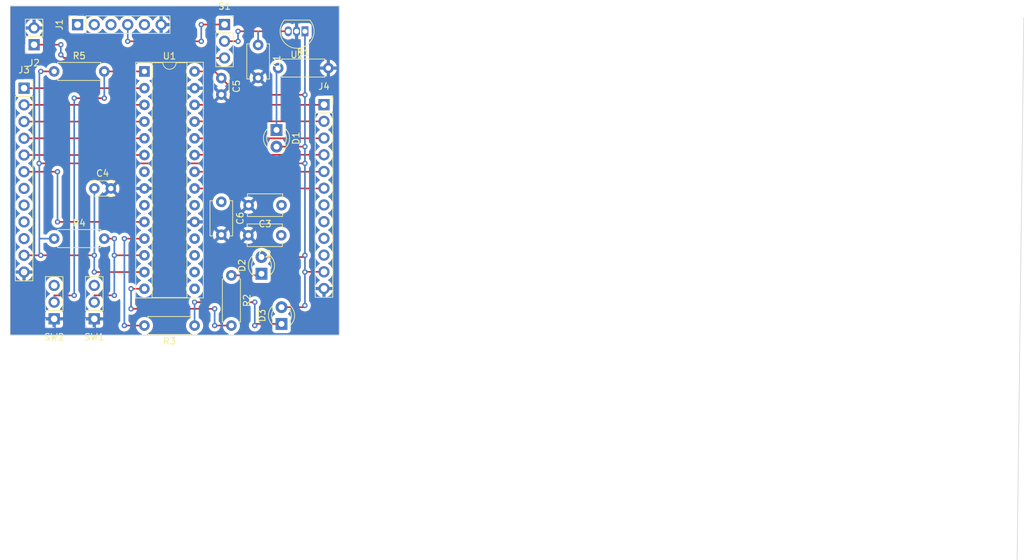
<source format=kicad_pcb>
(kicad_pcb (version 20221018) (generator pcbnew)
  (layers (0 "F.Cu" signal) (31 "B.Cu" signal) (34 "B.Paste" user) (35 "F.Paste" user) (36 "B.SilkS" user "B.Silkscreen") (37 "F.SilkS" user "F.Silkscreen") (38 "B.Mask" user) (39 "F.Mask" user) (44 "Edge.Cuts" user))
  (net 0 "")
  (net 1 "/Vin")
  (net 2 "GND")
  (net 3 "+3.3V")
  (net 4 "Net-(U1-VCAP)")
  (net 5 "Net-(D1-K)")
  (net 6 "Net-(D2-K)")
  (net 7 "Net-(D3-K)")
  (net 11 "+5V")
  (net 13 "Net-(J2-Pin_1)")
  (net 14 "/A0")
  (net 15 "/A1")
  (net 16 "/B0")
  (net 17 "/B1")
  (net 18 "/B2")
  (net 19 "/A3")
  (net 20 "/GREEN")
  (net 21 "/YELLOW")
  (net 22 "/B6")
  (net 23 "/B15")
  (net 24 "/B14")
  (net 25 "/B13")
  (net 26 "/B12")
  (net 27 "/B11")
  (net 28 "/B10")
  (net 29 "/B9")
  (net 30 "/B8")
  (net 31 "/B7")
  (net 32 "/USER")
  (net 33 "/~{MCLR}")
  (net 34 "/U1TX")
  (net 35 "/U1RX")
  (footprint "Capacitor_THT:C_Disc_D5.1mm_W3.2mm_P5.00mm" (layer "F.Cu") (at 141.184 84.836 180)
    (fp_text reference "C2" (at 2.5 -2.85) (layer "F.SilkS"))
    (fp_text value "1uF")
    (fp_line (start -0.17 -1.721) (end -0.17 -1.055) (stroke (width 0.12)) (layer "F.SilkS"))
    (fp_line (start -0.17 -1.721) (end 5.17 -1.721) (stroke (width 0.12)) (layer "F.SilkS"))
    (fp_line (start -0.17 1.055) (end -0.17 1.721) (stroke (width 0.12)) (layer "F.SilkS"))
    (fp_line (start -0.17 1.721) (end 5.17 1.721) (stroke (width 0.12)) (layer "F.SilkS"))
    (fp_line (start 5.17 -1.721) (end 5.17 -1.055) (stroke (width 0.12)) (layer "F.SilkS"))
    (fp_line (start 5.17 1.055) (end 5.17 1.721) (stroke (width 0.12)) (layer "F.SilkS"))
    (pad "1" thru_hole circle (at 0 0 180) (size 1.6 1.6) (drill 0.8) (layers "*.Cu" "*.Mask") (net 3 "+3.3V"))
    (pad "2" thru_hole circle (at 5 0 180) (size 1.6 1.6) (drill 0.8) (layers "*.Cu" "*.Mask") (net 2 "GND"))
  )
  (footprint "LED_THT:LED_D3.0mm" (layer "F.Cu") (at 138.176 90.683 90)
    (fp_text reference "D2" (at 1.27 -2.96 90) (layer "F.SilkS"))
    (fp_text value "YELLOW")
    (fp_line (start -0.29 -1.236) (end -0.29 -1.08) (stroke (width 0.12)) (layer "F.SilkS"))
    (fp_line (start -0.29 1.08) (end -0.29 1.236) (stroke (width 0.12)) (layer "F.SilkS"))
    (fp_arc (start -0.29 -1.235516) (mid 1.366487 -1.987659) (end 2.942335 -1.078608) (stroke (width 0.12)) (layer "F.SilkS"))
    (fp_arc (start 0.229039 -1.08) (mid 1.270117 -1.5) (end 2.31113 -1.079837) (stroke (width 0.12)) (layer "F.SilkS"))
    (fp_arc (start 2.31113 1.079837) (mid 1.270117 1.5) (end 0.229039 1.08) (stroke (width 0.12)) (layer "F.SilkS"))
    (fp_arc (start 2.942335 1.078608) (mid 1.366487 1.987659) (end -0.29 1.235516) (stroke (width 0.12)) (layer "F.SilkS"))
    (pad "1" thru_hole rect (at 0 0 90) (size 1.8 1.8) (drill 0.9) (layers "*.Cu" "*.Mask") (net 6 "Net-(D2-K)"))
    (pad "2" thru_hole circle (at 2.54 0 90) (size 1.8 1.8) (drill 0.9) (layers "*.Cu" "*.Mask") (net 3 "+3.3V"))
  )
  (footprint "Connector_PinSocket_2.54mm:PinSocket_1x06_P2.54mm_Vertical" (layer "F.Cu") (at 110.236 52.832 90)
    (fp_text reference "J1" (at 0 -2.77 90) (layer "F.SilkS"))
    (fp_text value "CP2102")
    (fp_line (start -1.33 1.27) (end -1.33 14.03) (stroke (width 0.12)) (layer "F.SilkS"))
    (fp_line (start -1.33 1.27) (end 1.33 1.27) (stroke (width 0.12)) (layer "F.SilkS"))
    (fp_line (start -1.33 14.03) (end 1.33 14.03) (stroke (width 0.12)) (layer "F.SilkS"))
    (fp_line (start 0 -1.33) (end 1.33 -1.33) (stroke (width 0.12)) (layer "F.SilkS"))
    (fp_line (start 1.33 -1.33) (end 1.33 0) (stroke (width 0.12)) (layer "F.SilkS"))
    (fp_line (start 1.33 1.27) (end 1.33 14.03) (stroke (width 0.12)) (layer "F.SilkS"))
    (pad "1" thru_hole rect (at 0 0 90) (size 1.7 1.7) (drill 1) (layers "*.Cu" "*.Mask"))
    (pad "2" thru_hole oval (at 0 2.54 90) (size 1.7 1.7) (drill 1) (layers "*.Cu" "*.Mask"))
    (pad "3" thru_hole oval (at 0 5.08 90) (size 1.7 1.7) (drill 1) (layers "*.Cu" "*.Mask"))
    (pad "4" thru_hole oval (at 0 7.62 90) (size 1.7 1.7) (drill 1) (layers "*.Cu" "*.Mask") (net 11 "+5V"))
    (pad "5" thru_hole oval (at 0 10.16 90) (size 1.7 1.7) (drill 1) (layers "*.Cu" "*.Mask"))
    (pad "6" thru_hole oval (at 0 12.7 90) (size 1.7 1.7) (drill 1) (layers "*.Cu" "*.Mask") (net 2 "GND"))
  )
  (footprint "Capacitor_THT:C_Disc_D3.4mm_W2.1mm_P2.50mm" (layer "F.Cu") (at 132.08 60.96 -90)
    (fp_text reference "C5" (at 1.25 -2.3 90) (layer "F.SilkS"))
    (fp_text value "0.1uF")
    (fp_line (start -0.57 -1.17) (end -0.57 -0.925) (stroke (width 0.12)) (layer "F.SilkS"))
    (fp_line (start -0.57 -1.17) (end 3.07 -1.17) (stroke (width 0.12)) (layer "F.SilkS"))
    (fp_line (start -0.57 0.925) (end -0.57 1.17) (stroke (width 0.12)) (layer "F.SilkS"))
    (fp_line (start -0.57 1.17) (end 3.07 1.17) (stroke (width 0.12)) (layer "F.SilkS"))
    (fp_line (start 3.07 -1.17) (end 3.07 -0.925) (stroke (width 0.12)) (layer "F.SilkS"))
    (fp_line (start 3.07 0.925) (end 3.07 1.17) (stroke (width 0.12)) (layer "F.SilkS"))
    (pad "1" thru_hole circle (at 0 0 270) (size 1.6 1.6) (drill 0.8) (layers "*.Cu" "*.Mask") (net 3 "+3.3V"))
    (pad "2" thru_hole circle (at 2.5 0 270) (size 1.6 1.6) (drill 0.8) (layers "*.Cu" "*.Mask") (net 2 "GND"))
  )
  (footprint "Connector_PinSocket_2.54mm:PinSocket_1x03_P2.54mm_Vertical" (layer "F.Cu") (at 132.563 52.817)
    (fp_text reference "S1" (at 0 -2.77) (layer "F.SilkS"))
    (fp_text value "SW_slide")
    (fp_line (start -1.33 1.27) (end -1.33 6.41) (stroke (width 0.12)) (layer "F.SilkS"))
    (fp_line (start -1.33 1.27) (end 1.33 1.27) (stroke (width 0.12)) (layer "F.SilkS"))
    (fp_line (start -1.33 6.41) (end 1.33 6.41) (stroke (width 0.12)) (layer "F.SilkS"))
    (fp_line (start 0 -1.33) (end 1.33 -1.33) (stroke (width 0.12)) (layer "F.SilkS"))
    (fp_line (start 1.33 -1.33) (end 1.33 0) (stroke (width 0.12)) (layer "F.SilkS"))
    (fp_line (start 1.33 1.27) (end 1.33 6.41) (stroke (width 0.12)) (layer "F.SilkS"))
    (pad "1" thru_hole rect (at 0 0) (size 1.7 1.7) (drill 1) (layers "*.Cu" "*.Mask") (net 11 "+5V"))
    (pad "2" thru_hole oval (at 0 2.54) (size 1.7 1.7) (drill 1) (layers "*.Cu" "*.Mask") (net 1 "/Vin"))
    (pad "3" thru_hole oval (at 0 5.08) (size 1.7 1.7) (drill 1) (layers "*.Cu" "*.Mask") (net 13 "Net-(J2-Pin_1)"))
  )
  (footprint "Resistor_THT:R_Axial_DIN0207_L6.3mm_D2.5mm_P7.62mm_Horizontal" (layer "F.Cu") (at 128.016 98.552 180)
    (fp_text reference "R3" (at 3.81 -2.37) (layer "F.SilkS"))
    (fp_text value "330")
    (fp_line (start 0.54 -1.37) (end 7.08 -1.37) (stroke (width 0.12)) (layer "F.SilkS"))
    (fp_line (start 0.54 -1.04) (end 0.54 -1.37) (stroke (width 0.12)) (layer "F.SilkS"))
    (fp_line (start 0.54 1.04) (end 0.54 1.37) (stroke (width 0.12)) (layer "F.SilkS"))
    (fp_line (start 0.54 1.37) (end 7.08 1.37) (stroke (width 0.12)) (layer "F.SilkS"))
    (fp_line (start 7.08 -1.37) (end 7.08 -1.04) (stroke (width 0.12)) (layer "F.SilkS"))
    (fp_line (start 7.08 1.37) (end 7.08 1.04) (stroke (width 0.12)) (layer "F.SilkS"))
    (pad "1" thru_hole circle (at 0 0 180) (size 1.6 1.6) (drill 0.8) (layers "*.Cu" "*.Mask") (net 7 "Net-(D3-K)"))
    (pad "2" thru_hole oval (at 7.62 0 180) (size 1.6 1.6) (drill 0.8) (layers "*.Cu" "*.Mask") (net 20 "/GREEN"))
  )
  (footprint "Capacitor_THT:C_Disc_D5.1mm_W3.2mm_P5.00mm" (layer "F.Cu") (at 137.668 55.92 -90)
    (fp_text reference "C1" (at 2.5 -2.85 90) (layer "F.SilkS"))
    (fp_text value "1uF")
    (fp_line (start -0.17 -1.721) (end -0.17 -1.055) (stroke (width 0.12)) (layer "F.SilkS"))
    (fp_line (start -0.17 -1.721) (end 5.17 -1.721) (stroke (width 0.12)) (layer "F.SilkS"))
    (fp_line (start -0.17 1.055) (end -0.17 1.721) (stroke (width 0.12)) (layer "F.SilkS"))
    (fp_line (start -0.17 1.721) (end 5.17 1.721) (stroke (width 0.12)) (layer "F.SilkS"))
    (fp_line (start 5.17 -1.721) (end 5.17 -1.055) (stroke (width 0.12)) (layer "F.SilkS"))
    (fp_line (start 5.17 1.055) (end 5.17 1.721) (stroke (width 0.12)) (layer "F.SilkS"))
    (pad "1" thru_hole circle (at 0 0 270) (size 1.6 1.6) (drill 0.8) (layers "*.Cu" "*.Mask") (net 1 "/Vin"))
    (pad "2" thru_hole circle (at 5 0 270) (size 1.6 1.6) (drill 0.8) (layers "*.Cu" "*.Mask") (net 2 "GND"))
  )
  (footprint "Resistor_THT:R_Axial_DIN0207_L6.3mm_D2.5mm_P7.62mm_Horizontal" (layer "F.Cu") (at 106.68 85.344)
    (fp_text reference "R4" (at 3.81 -2.37) (layer "F.SilkS"))
    (fp_text value "10K")
    (fp_line (start 0.54 -1.37) (end 7.08 -1.37) (stroke (width 0.12)) (layer "F.SilkS"))
    (fp_line (start 0.54 -1.04) (end 0.54 -1.37) (stroke (width 0.12)) (layer "F.SilkS"))
    (fp_line (start 0.54 1.04) (end 0.54 1.37) (stroke (width 0.12)) (layer "F.SilkS"))
    (fp_line (start 0.54 1.37) (end 7.08 1.37) (stroke (width 0.12)) (layer "F.SilkS"))
    (fp_line (start 7.08 -1.37) (end 7.08 -1.04) (stroke (width 0.12)) (layer "F.SilkS"))
    (fp_line (start 7.08 1.37) (end 7.08 1.04) (stroke (width 0.12)) (layer "F.SilkS"))
    (pad "1" thru_hole circle (at 0 0) (size 1.6 1.6) (drill 0.8) (layers "*.Cu" "*.Mask") (net 3 "+3.3V"))
    (pad "2" thru_hole oval (at 7.62 0) (size 1.6 1.6) (drill 0.8) (layers "*.Cu" "*.Mask") (net 32 "/USER"))
  )
  (footprint "Capacitor_THT:C_Disc_D3.4mm_W2.1mm_P2.50mm" (layer "F.Cu") (at 112.796 77.724)
    (fp_text reference "C4" (at 1.25 -2.3) (layer "F.SilkS"))
    (fp_text value "0.1uF")
    (fp_line (start -0.57 -1.17) (end -0.57 -0.925) (stroke (width 0.12)) (layer "F.SilkS"))
    (fp_line (start -0.57 -1.17) (end 3.07 -1.17) (stroke (width 0.12)) (layer "F.SilkS"))
    (fp_line (start -0.57 0.925) (end -0.57 1.17) (stroke (width 0.12)) (layer "F.SilkS"))
    (fp_line (start -0.57 1.17) (end 3.07 1.17) (stroke (width 0.12)) (layer "F.SilkS"))
    (fp_line (start 3.07 -1.17) (end 3.07 -0.925) (stroke (width 0.12)) (layer "F.SilkS"))
    (fp_line (start 3.07 0.925) (end 3.07 1.17) (stroke (width 0.12)) (layer "F.SilkS"))
    (pad "1" thru_hole circle (at 0 0) (size 1.6 1.6) (drill 0.8) (layers "*.Cu" "*.Mask") (net 3 "+3.3V"))
    (pad "2" thru_hole circle (at 2.5 0) (size 1.6 1.6) (drill 0.8) (layers "*.Cu" "*.Mask") (net 2 "GND"))
  )
  (footprint "Package_DIP:DIP-28_W7.62mm_Socket" (layer "F.Cu") (at 120.396 59.944)
    (fp_text reference "U1" (at 3.81 -2.33) (layer "F.SilkS"))
    (fp_text value "PIC32-256B")
    (fp_line (start -1.33 -1.39) (end -1.33 34.41) (stroke (width 0.12)) (layer "F.SilkS"))
    (fp_line (start -1.33 34.41) (end 8.95 34.41) (stroke (width 0.12)) (layer "F.SilkS"))
    (fp_line (start 1.16 -1.33) (end 1.16 34.35) (stroke (width 0.12)) (layer "F.SilkS"))
    (fp_line (start 1.16 34.35) (end 6.46 34.35) (stroke (width 0.12)) (layer "F.SilkS"))
    (fp_line (start 2.81 -1.33) (end 1.16 -1.33) (stroke (width 0.12)) (layer "F.SilkS"))
    (fp_line (start 6.46 -1.33) (end 4.81 -1.33) (stroke (width 0.12)) (layer "F.SilkS"))
    (fp_line (start 6.46 34.35) (end 6.46 -1.33) (stroke (width 0.12)) (layer "F.SilkS"))
    (fp_line (start 8.95 -1.39) (end -1.33 -1.39) (stroke (width 0.12)) (layer "F.SilkS"))
    (fp_line (start 8.95 34.41) (end 8.95 -1.39) (stroke (width 0.12)) (layer "F.SilkS"))
    (fp_arc (start 4.81 -1.33) (mid 3.81 -0.33) (end 2.81 -1.33) (stroke (width 0.12)) (layer "F.SilkS"))
    (pad "1" thru_hole rect (at 0 0) (size 1.6 1.6) (drill 0.8) (layers "*.Cu" "*.Mask") (net 33 "/~{MCLR}"))
    (pad "2" thru_hole oval (at 0 2.54) (size 1.6 1.6) (drill 0.8) (layers "*.Cu" "*.Mask") (net 14 "/A0"))
    (pad "3" thru_hole oval (at 0 5.08) (size 1.6 1.6) (drill 0.8) (layers "*.Cu" "*.Mask") (net 15 "/A1"))
    (pad "4" thru_hole oval (at 0 7.62) (size 1.6 1.6) (drill 0.8) (layers "*.Cu" "*.Mask") (net 16 "/B0"))
    (pad "5" thru_hole oval (at 0 10.16) (size 1.6 1.6) (drill 0.8) (layers "*.Cu" "*.Mask") (net 17 "/B1"))
    (pad "6" thru_hole oval (at 0 12.7) (size 1.6 1.6) (drill 0.8) (layers "*.Cu" "*.Mask") (net 18 "/B2"))
    (pad "7" thru_hole oval (at 0 15.24) (size 1.6 1.6) (drill 0.8) (layers "*.Cu" "*.Mask") (net 34 "/U1TX"))
    (pad "8" thru_hole oval (at 0 17.78) (size 1.6 1.6) (drill 0.8) (layers "*.Cu" "*.Mask") (net 2 "GND"))
    (pad "9" thru_hole oval (at 0 20.32) (size 1.6 1.6) (drill 0.8) (layers "*.Cu" "*.Mask") (net 35 "/U1RX"))
    (pad "10" thru_hole oval (at 0 22.86) (size 1.6 1.6) (drill 0.8) (layers "*.Cu" "*.Mask") (net 19 "/A3"))
    (pad "11" thru_hole oval (at 0 25.4) (size 1.6 1.6) (drill 0.8) (layers "*.Cu" "*.Mask") (net 20 "/GREEN"))
    (pad "12" thru_hole oval (at 0 27.94) (size 1.6 1.6) (drill 0.8) (layers "*.Cu" "*.Mask") (net 32 "/USER"))
    (pad "13" thru_hole oval (at 0 30.48) (size 1.6 1.6) (drill 0.8) (layers "*.Cu" "*.Mask") (net 3 "+3.3V"))
    (pad "14" thru_hole oval (at 0 33.02) (size 1.6 1.6) (drill 0.8) (layers "*.Cu" "*.Mask") (net 21 "/YELLOW"))
    (pad "15" thru_hole oval (at 7.62 33.02) (size 1.6 1.6) (drill 0.8) (layers "*.Cu" "*.Mask") (net 22 "/B6"))
    (pad "16" thru_hole oval (at 7.62 30.48) (size 1.6 1.6) (drill 0.8) (layers "*.Cu" "*.Mask") (net 31 "/B7"))
    (pad "17" thru_hole oval (at 7.62 27.94) (size 1.6 1.6) (drill 0.8) (layers "*.Cu" "*.Mask") (net 30 "/B8"))
    (pad "18" thru_hole oval (at 7.62 25.4) (size 1.6 1.6) (drill 0.8) (layers "*.Cu" "*.Mask") (net 29 "/B9"))
    (pad "19" thru_hole oval (at 7.62 22.86) (size 1.6 1.6) (drill 0.8) (layers "*.Cu" "*.Mask") (net 2 "GND"))
    (pad "20" thru_hole oval (at 7.62 20.32) (size 1.6 1.6) (drill 0.8) (layers "*.Cu" "*.Mask") (net 4 "Net-(U1-VCAP)"))
    (pad "21" thru_hole oval (at 7.62 17.78) (size 1.6 1.6) (drill 0.8) (layers "*.Cu" "*.Mask") (net 28 "/B10"))
    (pad "22" thru_hole oval (at 7.62 15.24) (size 1.6 1.6) (drill 0.8) (layers "*.Cu" "*.Mask") (net 27 "/B11"))
    (pad "23" thru_hole oval (at 7.62 12.7) (size 1.6 1.6) (drill 0.8) (layers "*.Cu" "*.Mask") (net 26 "/B12"))
    (pad "24" thru_hole oval (at 7.62 10.16) (size 1.6 1.6) (drill 0.8) (layers "*.Cu" "*.Mask") (net 25 "/B13"))
    (pad "25" thru_hole oval (at 7.62 7.62) (size 1.6 1.6) (drill 0.8) (layers "*.Cu" "*.Mask") (net 24 "/B14"))
    (pad "26" thru_hole oval (at 7.62 5.08) (size 1.6 1.6) (drill 0.8) (layers "*.Cu" "*.Mask") (net 23 "/B15"))
    (pad "27" thru_hole oval (at 7.62 2.54) (size 1.6 1.6) (drill 0.8) (layers "*.Cu" "*.Mask") (net 2 "GND"))
    (pad "28" thru_hole oval (at 7.62 0) (size 1.6 1.6) (drill 0.8) (layers "*.Cu" "*.Mask") (net 3 "+3.3V"))
  )
  (footprint "Package_TO_SOT_THT:TO-92L_Inline" (layer "F.Cu") (at 144.78 53.848 180)
    (fp_text reference "U2" (at 1.19 -3.56) (layer "F.SilkS"))
    (fp_text value "3.3V-AP7381")
    (fp_line (start -0.75 1.7) (end 3.1 1.7) (stroke (width 0.12)) (layer "F.SilkS"))
    (fp_arc (start -0.75 1.7) (mid 1.183448 -2.579449) (end 3.138611 1.690122) (stroke (width 0.12)) (layer "F.SilkS"))
    (pad "1" thru_hole rect (at 0 0 180) (size 1.05 1.5) (drill 0.75) (layers "*.Cu" "*.Mask") (net 3 "+3.3V"))
    (pad "2" thru_hole oval (at 1.27 0 180) (size 1.05 1.5) (drill 0.75) (layers "*.Cu" "*.Mask") (net 2 "GND"))
    (pad "3" thru_hole oval (at 2.54 0 180) (size 1.05 1.5) (drill 0.75) (layers "*.Cu" "*.Mask") (net 1 "/Vin"))
  )
  (footprint "Resistor_THT:R_Axial_DIN0207_L6.3mm_D2.5mm_P7.62mm_Horizontal" (layer "F.Cu") (at 106.68 59.944)
    (fp_text reference "R5" (at 3.81 -2.37) (layer "F.SilkS"))
    (fp_text value "10K")
    (fp_line (start 0.54 -1.37) (end 7.08 -1.37) (stroke (width 0.12)) (layer "F.SilkS"))
    (fp_line (start 0.54 -1.04) (end 0.54 -1.37) (stroke (width 0.12)) (layer "F.SilkS"))
    (fp_line (start 0.54 1.04) (end 0.54 1.37) (stroke (width 0.12)) (layer "F.SilkS"))
    (fp_line (start 0.54 1.37) (end 7.08 1.37) (stroke (width 0.12)) (layer "F.SilkS"))
    (fp_line (start 7.08 -1.37) (end 7.08 -1.04) (stroke (width 0.12)) (layer "F.SilkS"))
    (fp_line (start 7.08 1.37) (end 7.08 1.04) (stroke (width 0.12)) (layer "F.SilkS"))
    (pad "1" thru_hole circle (at 0 0) (size 1.6 1.6) (drill 0.8) (layers "*.Cu" "*.Mask") (net 3 "+3.3V"))
    (pad "2" thru_hole oval (at 7.62 0) (size 1.6 1.6) (drill 0.8) (layers "*.Cu" "*.Mask") (net 33 "/~{MCLR}"))
  )
  (footprint "Connector_PinSocket_2.54mm:PinSocket_1x02_P2.54mm_Vertical" (layer "F.Cu") (at 103.632 55.88 180)
    (fp_text reference "J2" (at 0 -2.77) (layer "F.SilkS"))
    (fp_text value "Battery")
    (fp_line (start -1.33 1.27) (end -1.33 3.87) (stroke (width 0.12)) (layer "F.SilkS"))
    (fp_line (start -1.33 1.27) (end 1.33 1.27) (stroke (width 0.12)) (layer "F.SilkS"))
    (fp_line (start -1.33 3.87) (end 1.33 3.87) (stroke (width 0.12)) (layer "F.SilkS"))
    (fp_line (start 0 -1.33) (end 1.33 -1.33) (stroke (width 0.12)) (layer "F.SilkS"))
    (fp_line (start 1.33 -1.33) (end 1.33 0) (stroke (width 0.12)) (layer "F.SilkS"))
    (fp_line (start 1.33 1.27) (end 1.33 3.87) (stroke (width 0.12)) (layer "F.SilkS"))
    (pad "1" thru_hole rect (at 0 0 180) (size 1.7 1.7) (drill 1) (layers "*.Cu" "*.Mask") (net 13 "Net-(J2-Pin_1)"))
    (pad "2" thru_hole oval (at 0 2.54 180) (size 1.7 1.7) (drill 1) (layers "*.Cu" "*.Mask") (net 2 "GND"))
  )
  (footprint "Resistor_THT:R_Axial_DIN0207_L6.3mm_D2.5mm_P7.62mm_Horizontal" (layer "F.Cu") (at 133.604 90.932 -90)
    (fp_text reference "R2" (at 3.81 -2.37 90) (layer "F.SilkS"))
    (fp_text value "330")
    (fp_line (start 0.54 -1.37) (end 7.08 -1.37) (stroke (width 0.12)) (layer "F.SilkS"))
    (fp_line (start 0.54 -1.04) (end 0.54 -1.37) (stroke (width 0.12)) (layer "F.SilkS"))
    (fp_line (start 0.54 1.04) (end 0.54 1.37) (stroke (width 0.12)) (layer "F.SilkS"))
    (fp_line (start 0.54 1.37) (end 7.08 1.37) (stroke (width 0.12)) (layer "F.SilkS"))
    (fp_line (start 7.08 -1.37) (end 7.08 -1.04) (stroke (width 0.12)) (layer "F.SilkS"))
    (fp_line (start 7.08 1.37) (end 7.08 1.04) (stroke (width 0.12)) (layer "F.SilkS"))
    (pad "1" thru_hole circle (at 0 0 270) (size 1.6 1.6) (drill 0.8) (layers "*.Cu" "*.Mask") (net 6 "Net-(D2-K)"))
    (pad "2" thru_hole oval (at 7.62 0 270) (size 1.6 1.6) (drill 0.8) (layers "*.Cu" "*.Mask") (net 21 "/YELLOW"))
  )
  (footprint "Connector_PinSocket_2.54mm:PinSocket_1x12_P2.54mm_Vertical" (layer "F.Cu") (at 102.108 62.484)
    (fp_text reference "J3" (at 0 -2.77) (layer "F.SilkS"))
    (fp_text value "LEFT")
    (fp_line (start -1.33 1.27) (end -1.33 29.27) (stroke (width 0.12)) (layer "F.SilkS"))
    (fp_line (start -1.33 1.27) (end 1.33 1.27) (stroke (width 0.12)) (layer "F.SilkS"))
    (fp_line (start -1.33 29.27) (end 1.33 29.27) (stroke (width 0.12)) (layer "F.SilkS"))
    (fp_line (start 0 -1.33) (end 1.33 -1.33) (stroke (width 0.12)) (layer "F.SilkS"))
    (fp_line (start 1.33 -1.33) (end 1.33 0) (stroke (width 0.12)) (layer "F.SilkS"))
    (fp_line (start 1.33 1.27) (end 1.33 29.27) (stroke (width 0.12)) (layer "F.SilkS"))
    (pad "1" thru_hole rect (at 0 0) (size 1.7 1.7) (drill 1) (layers "*.Cu" "*.Mask") (net 14 "/A0"))
    (pad "2" thru_hole oval (at 0 2.54) (size 1.7 1.7) (drill 1) (layers "*.Cu" "*.Mask") (net 15 "/A1"))
    (pad "3" thru_hole oval (at 0 5.08) (size 1.7 1.7) (drill 1) (layers "*.Cu" "*.Mask") (net 16 "/B0"))
    (pad "4" thru_hole oval (at 0 7.62) (size 1.7 1.7) (drill 1) (layers "*.Cu" "*.Mask") (net 17 "/B1"))
    (pad "5" thru_hole oval (at 0 10.16) (size 1.7 1.7) (drill 1) (layers "*.Cu" "*.Mask") (net 18 "/B2"))
    (pad "6" thru_hole oval (at 0 12.7) (size 1.7 1.7) (drill 1) (layers "*.Cu" "*.Mask") (net 19 "/A3"))
    (pad "7" thru_hole oval (at 0 15.24) (size 1.7 1.7) (drill 1) (layers "*.Cu" "*.Mask") (net 20 "/GREEN"))
    (pad "8" thru_hole oval (at 0 17.78) (size 1.7 1.7) (drill 1) (layers "*.Cu" "*.Mask") (net 21 "/YELLOW"))
    (pad "9" thru_hole oval (at 0 20.32) (size 1.7 1.7) (drill 1) (layers "*.Cu" "*.Mask") (net 22 "/B6"))
    (pad "10" thru_hole oval (at 0 22.86) (size 1.7 1.7) (drill 1) (layers "*.Cu" "*.Mask") (net 1 "/Vin"))
    (pad "11" thru_hole oval (at 0 25.4) (size 1.7 1.7) (drill 1) (layers "*.Cu" "*.Mask") (net 3 "+3.3V"))
    (pad "12" thru_hole oval (at 0 27.94) (size 1.7 1.7) (drill 1) (layers "*.Cu" "*.Mask") (net 2 "GND"))
  )
  (footprint "Connector_PinSocket_2.54mm:PinSocket_1x12_P2.54mm_Vertical" (layer "F.Cu") (at 147.675928 64.988247)
    (fp_text reference "J4" (at 0 -2.77) (layer "F.SilkS"))
    (fp_text value "RIGHT")
    (fp_line (start -1.33 1.27) (end -1.33 29.27) (stroke (width 0.12)) (layer "F.SilkS"))
    (fp_line (start -1.33 1.27) (end 1.33 1.27) (stroke (width 0.12)) (layer "F.SilkS"))
    (fp_line (start -1.33 29.27) (end 1.33 29.27) (stroke (width 0.12)) (layer "F.SilkS"))
    (fp_line (start 0 -1.33) (end 1.33 -1.33) (stroke (width 0.12)) (layer "F.SilkS"))
    (fp_line (start 1.33 -1.33) (end 1.33 0) (stroke (width 0.12)) (layer "F.SilkS"))
    (fp_line (start 1.33 1.27) (end 1.33 29.27) (stroke (width 0.12)) (layer "F.SilkS"))
    (pad "1" thru_hole rect (at 0 0) (size 1.7 1.7) (drill 1) (layers "*.Cu" "*.Mask") (net 23 "/B15"))
    (pad "2" thru_hole oval (at 0 2.54) (size 1.7 1.7) (drill 1) (layers "*.Cu" "*.Mask") (net 24 "/B14"))
    (pad "3" thru_hole oval (at 0 5.08) (size 1.7 1.7) (drill 1) (layers "*.Cu" "*.Mask") (net 25 "/B13"))
    (pad "4" thru_hole oval (at 0 7.62) (size 1.7 1.7) (drill 1) (layers "*.Cu" "*.Mask") (net 26 "/B12"))
    (pad "5" thru_hole oval (at 0 10.16) (size 1.7 1.7) (drill 1) (layers "*.Cu" "*.Mask") (net 27 "/B11"))
    (pad "6" thru_hole oval (at 0 12.7) (size 1.7 1.7) (drill 1) (layers "*.Cu" "*.Mask") (net 28 "/B10"))
    (pad "7" thru_hole oval (at 0 15.24) (size 1.7 1.7) (drill 1) (layers "*.Cu" "*.Mask") (net 29 "/B9"))
    (pad "8" thru_hole oval (at 0 17.78) (size 1.7 1.7) (drill 1) (layers "*.Cu" "*.Mask") (net 30 "/B8"))
    (pad "9" thru_hole oval (at 0 20.32) (size 1.7 1.7) (drill 1) (layers "*.Cu" "*.Mask") (net 31 "/B7"))
    (pad "10" thru_hole oval (at 0 22.86) (size 1.7 1.7) (drill 1) (layers "*.Cu" "*.Mask") (net 1 "/Vin"))
    (pad "11" thru_hole oval (at 0 25.4) (size 1.7 1.7) (drill 1) (layers "*.Cu" "*.Mask") (net 3 "+3.3V"))
    (pad "12" thru_hole oval (at 0 27.94) (size 1.7 1.7) (drill 1) (layers "*.Cu" "*.Mask") (net 2 "GND"))
  )
  (footprint "Resistor_THT:R_Axial_DIN0207_L6.3mm_D2.5mm_P7.62mm_Horizontal" (layer "F.Cu") (at 140.716 59.436)
    (fp_text reference "R1" (at 3.81 -2.37) (layer "F.SilkS"))
    (fp_text value "330")
    (fp_line (start 0.54 -1.37) (end 7.08 -1.37) (stroke (width 0.12)) (layer "F.SilkS"))
    (fp_line (start 0.54 -1.04) (end 0.54 -1.37) (stroke (width 0.12)) (layer "F.SilkS"))
    (fp_line (start 0.54 1.04) (end 0.54 1.37) (stroke (width 0.12)) (layer "F.SilkS"))
    (fp_line (start 0.54 1.37) (end 7.08 1.37) (stroke (width 0.12)) (layer "F.SilkS"))
    (fp_line (start 7.08 -1.37) (end 7.08 -1.04) (stroke (width 0.12)) (layer "F.SilkS"))
    (fp_line (start 7.08 1.37) (end 7.08 1.04) (stroke (width 0.12)) (layer "F.SilkS"))
    (pad "1" thru_hole circle (at 0 0) (size 1.6 1.6) (drill 0.8) (layers "*.Cu" "*.Mask") (net 5 "Net-(D1-K)"))
    (pad "2" thru_hole oval (at 7.62 0) (size 1.6 1.6) (drill 0.8) (layers "*.Cu" "*.Mask") (net 2 "GND"))
  )
  (footprint "Connector_PinSocket_2.54mm:PinSocket_1x03_P2.54mm_Vertical" (layer "F.Cu") (at 106.68 97.536 180)
    (fp_text reference "SW2" (at 0 -2.77) (layer "F.SilkS"))
    (fp_text value "MCLR")
    (fp_line (start -1.33 1.27) (end -1.33 6.41) (stroke (width 0.12)) (layer "F.SilkS"))
    (fp_line (start -1.33 1.27) (end 1.33 1.27) (stroke (width 0.12)) (layer "F.SilkS"))
    (fp_line (start -1.33 6.41) (end 1.33 6.41) (stroke (width 0.12)) (layer "F.SilkS"))
    (fp_line (start 0 -1.33) (end 1.33 -1.33) (stroke (width 0.12)) (layer "F.SilkS"))
    (fp_line (start 1.33 -1.33) (end 1.33 0) (stroke (width 0.12)) (layer "F.SilkS"))
    (fp_line (start 1.33 1.27) (end 1.33 6.41) (stroke (width 0.12)) (layer "F.SilkS"))
    (pad "1" thru_hole rect (at 0 0 180) (size 1.7 1.7) (drill 1) (layers "*.Cu" "*.Mask") (net 2 "GND"))
    (pad "2" thru_hole oval (at 0 2.54 180) (size 1.7 1.7) (drill 1) (layers "*.Cu" "*.Mask") (net 33 "/~{MCLR}"))
    (pad "3" thru_hole oval (at 0 5.08 180) (size 1.7 1.7) (drill 1) (layers "*.Cu" "*.Mask"))
  )
  (footprint "LED_THT:LED_D3.0mm" (layer "F.Cu") (at 140.462 68.834 -90)
    (fp_text reference "D1" (at 1.27 -2.96 90) (layer "F.SilkS"))
    (fp_text value "RED")
    (fp_line (start -0.29 -1.236) (end -0.29 -1.08) (stroke (width 0.12)) (layer "F.SilkS"))
    (fp_line (start -0.29 1.08) (end -0.29 1.236) (stroke (width 0.12)) (layer "F.SilkS"))
    (fp_arc (start -0.29 -1.235516) (mid 1.366487 -1.987659) (end 2.942335 -1.078608) (stroke (width 0.12)) (layer "F.SilkS"))
    (fp_arc (start 0.229039 -1.08) (mid 1.270117 -1.5) (end 2.31113 -1.079837) (stroke (width 0.12)) (layer "F.SilkS"))
    (fp_arc (start 2.31113 1.079837) (mid 1.270117 1.5) (end 0.229039 1.08) (stroke (width 0.12)) (layer "F.SilkS"))
    (fp_arc (start 2.942335 1.078608) (mid 1.366487 1.987659) (end -0.29 1.235516) (stroke (width 0.12)) (layer "F.SilkS"))
    (pad "1" thru_hole rect (at 0 0 270) (size 1.8 1.8) (drill 0.9) (layers "*.Cu" "*.Mask") (net 5 "Net-(D1-K)"))
    (pad "2" thru_hole circle (at 2.54 0 270) (size 1.8 1.8) (drill 0.9) (layers "*.Cu" "*.Mask") (net 3 "+3.3V"))
  )
  (footprint "LED_THT:LED_D3.0mm" (layer "F.Cu") (at 141.224 98.303 90)
    (fp_text reference "D3" (at 1.27 -2.96 90) (layer "F.SilkS"))
    (fp_text value "GREEN")
    (fp_line (start -0.29 -1.236) (end -0.29 -1.08) (stroke (width 0.12)) (layer "F.SilkS"))
    (fp_line (start -0.29 1.08) (end -0.29 1.236) (stroke (width 0.12)) (layer "F.SilkS"))
    (fp_arc (start -0.29 -1.235516) (mid 1.366487 -1.987659) (end 2.942335 -1.078608) (stroke (width 0.12)) (layer "F.SilkS"))
    (fp_arc (start 0.229039 -1.08) (mid 1.270117 -1.5) (end 2.31113 -1.079837) (stroke (width 0.12)) (layer "F.SilkS"))
    (fp_arc (start 2.31113 1.079837) (mid 1.270117 1.5) (end 0.229039 1.08) (stroke (width 0.12)) (layer "F.SilkS"))
    (fp_arc (start 2.942335 1.078608) (mid 1.366487 1.987659) (end -0.29 1.235516) (stroke (width 0.12)) (layer "F.SilkS"))
    (pad "1" thru_hole rect (at 0 0 90) (size 1.8 1.8) (drill 0.9) (layers "*.Cu" "*.Mask") (net 7 "Net-(D3-K)"))
    (pad "2" thru_hole circle (at 2.54 0 90) (size 1.8 1.8) (drill 0.9) (layers "*.Cu" "*.Mask") (net 3 "+3.3V"))
  )
  (footprint "Connector_PinSocket_2.54mm:PinSocket_1x03_P2.54mm_Vertical" (layer "F.Cu") (at 112.776 97.536 180)
    (fp_text reference "SW1" (at 0 -2.77) (layer "F.SilkS"))
    (fp_text value "USER")
    (fp_line (start -1.33 1.27) (end -1.33 6.41) (stroke (width 0.12)) (layer "F.SilkS"))
    (fp_line (start -1.33 1.27) (end 1.33 1.27) (stroke (width 0.12)) (layer "F.SilkS"))
    (fp_line (start -1.33 6.41) (end 1.33 6.41) (stroke (width 0.12)) (layer "F.SilkS"))
    (fp_line (start 0 -1.33) (end 1.33 -1.33) (stroke (width 0.12)) (layer "F.SilkS"))
    (fp_line (start 1.33 -1.33) (end 1.33 0) (stroke (width 0.12)) (layer "F.SilkS"))
    (fp_line (start 1.33 1.27) (end 1.33 6.41) (stroke (width 0.12)) (layer "F.SilkS"))
    (pad "1" thru_hole rect (at 0 0 180) (size 1.7 1.7) (drill 1) (layers "*.Cu" "*.Mask") (net 2 "GND"))
    (pad "2" thru_hole oval (at 0 2.54 180) (size 1.7 1.7) (drill 1) (layers "*.Cu" "*.Mask") (net 32 "/USER"))
    (pad "3" thru_hole oval (at 0 5.08 180) (size 1.7 1.7) (drill 1) (layers "*.Cu" "*.Mask"))
  )
  (footprint "Capacitor_THT:C_Disc_D5.1mm_W3.2mm_P5.00mm" (layer "F.Cu") (at 132.08 79.756 -90)
    (fp_text reference "C6" (at 2.5 -2.85 90) (layer "F.SilkS"))
    (fp_text value "1uF")
    (fp_line (start -0.17 -1.721) (end -0.17 -1.055) (stroke (width 0.12)) (layer "F.SilkS"))
    (fp_line (start -0.17 -1.721) (end 5.17 -1.721) (stroke (width 0.12)) (layer "F.SilkS"))
    (fp_line (start -0.17 1.055) (end -0.17 1.721) (stroke (width 0.12)) (layer "F.SilkS"))
    (fp_line (start -0.17 1.721) (end 5.17 1.721) (stroke (width 0.12)) (layer "F.SilkS"))
    (fp_line (start 5.17 -1.721) (end 5.17 -1.055) (stroke (width 0.12)) (layer "F.SilkS"))
    (fp_line (start 5.17 1.055) (end 5.17 1.721) (stroke (width 0.12)) (layer "F.SilkS"))
    (pad "1" thru_hole circle (at 0 0 270) (size 1.6 1.6) (drill 0.8) (layers "*.Cu" "*.Mask") (net 4 "Net-(U1-VCAP)"))
    (pad "2" thru_hole circle (at 5 0 270) (size 1.6 1.6) (drill 0.8) (layers "*.Cu" "*.Mask") (net 2 "GND"))
  )
  (footprint "Capacitor_THT:C_Disc_D5.1mm_W3.2mm_P5.00mm" (layer "F.Cu") (at 141.224 80.264 180)
    (fp_text reference "C3" (at 2.5 -2.85) (layer "F.SilkS"))
    (fp_text value "1uF")
    (fp_line (start -0.17 -1.721) (end -0.17 -1.055) (stroke (width 0.12)) (layer "F.SilkS"))
    (fp_line (start -0.17 -1.721) (end 5.17 -1.721) (stroke (width 0.12)) (layer "F.SilkS"))
    (fp_line (start -0.17 1.055) (end -0.17 1.721) (stroke (width 0.12)) (layer "F.SilkS"))
    (fp_line (start -0.17 1.721) (end 5.17 1.721) (stroke (width 0.12)) (layer "F.SilkS"))
    (fp_line (start 5.17 -1.721) (end 5.17 -1.055) (stroke (width 0.12)) (layer "F.SilkS"))
    (fp_line (start 5.17 1.055) (end 5.17 1.721) (stroke (width 0.12)) (layer "F.SilkS"))
    (pad "1" thru_hole circle (at 0 0 180) (size 1.6 1.6) (drill 0.8) (layers "*.Cu" "*.Mask") (net 3 "+3.3V"))
    (pad "2" thru_hole circle (at 5 0 180) (size 1.6 1.6) (drill 0.8) (layers "*.Cu" "*.Mask") (net 2 "GND"))
  )
  (gr_line locked (start 100 100) (end 150 100) (stroke (width 0.1)) (layer "Edge.Cuts"))
  (gr_line locked (start 150 50) (end 100 50) (stroke (width 0.1)) (layer "Edge.Cuts"))
  (gr_line (start 150 50) (end 150 100) (stroke (width 0.1)) (layer "Edge.Cuts"))
  (gr_line (start 252.984 134.112) (end 254 51.816) (stroke (width 0.1)) (layer "Edge.Cuts"))
  (gr_line (start 100 50) (end 100 100) (stroke (width 0.1)) (layer "Edge.Cuts"))
  (segment (start 134.605 55.357) (end 134.62 55.372) (width 0.25) (layer "F.Cu") (net 1))
  (segment (start 134.62 53.848) (end 142.24 53.848) (width 0.25) (layer "F.Cu") (net 1))
  (segment (start 132.563 55.357) (end 134.605 55.357) (width 0.25) (layer "F.Cu") (net 1))
  (via (at 134.62 55.372) (size 0.8) (drill 0.4) (layers "F.Cu" "B.Cu") (net 1))
  (via (at 134.62 53.848) (size 0.8) (drill 0.4) (layers "F.Cu" "B.Cu") (net 1))
  (segment (start 134.62 55.372) (end 134.62 53.848) (width 0.25) (layer "B.Cu") (net 1))
  (segment (start 137.668 55.88) (end 137.668 53.848) (width 0.25) (layer "B.Cu") (net 1))
  (segment (start 128.016 62.484) (end 131.104 62.484) (width 0.25) (layer "F.Cu") (net 2))
  (segment (start 131.104 62.484) (end 132.08 63.46) (width 0.25) (layer "F.Cu") (net 2))
  (segment (start 144.521 95.763) (end 144.78 95.504) (width 0.25) (layer "F.Cu") (net 3))
  (segment (start 106.68 59.944) (end 104.648 59.944) (width 0.25) (layer "F.Cu") (net 3))
  (segment (start 131.064 59.944) (end 132.08 60.96) (width 0.25) (layer "F.Cu") (net 3))
  (segment (start 128.016 59.944) (end 131.064 59.944) (width 0.25) (layer "F.Cu") (net 3))
  (segment (start 104.648 87.884) (end 102.108 87.884) (width 0.25) (layer "F.Cu") (net 3))
  (segment (start 144.815753 90.388247) (end 144.78 90.424) (width 0.25) (layer "F.Cu") (net 3))
  (segment (start 132.08 60.96) (end 134.62 63.5) (width 0.25) (layer "F.Cu") (net 3))
  (segment (start 140.462 71.374) (end 144.78 71.374) (width 0.25) (layer "F.Cu") (net 3))
  (segment (start 138.176 88.143) (end 144.521 88.143) (width 0.25) (layer "F.Cu") (net 3))
  (segment (start 144.521 88.143) (end 144.78 87.884) (width 0.25) (layer "F.Cu") (net 3))
  (segment (start 147.675928 90.388247) (end 144.815753 90.388247) (width 0.25) (layer "F.Cu") (net 3))
  (segment (start 141.224 95.763) (end 144.521 95.763) (width 0.25) (layer "F.Cu") (net 3))
  (segment (start 112.776 90.424) (end 120.396 90.424) (width 0.25) (layer "F.Cu") (net 3))
  (segment (start 134.62 63.5) (end 144.78 63.5) (width 0.25) (layer "F.Cu") (net 3))
  (segment (start 104.648 87.884) (end 112.776 87.884) (width 0.25) (layer "F.Cu") (net 3))
  (segment (start 104.394 73.914) (end 144.78 73.914) (width 0.25) (layer "F.Cu") (net 3))
  (via (at 112.776 90.424) (size 0.8) (drill 0.4) (layers "F.Cu" "B.Cu") (net 3))
  (via (at 144.78 87.884) (size 0.8) (drill 0.4) (layers "F.Cu" "B.Cu") (net 3))
  (via (at 144.78 63.5) (size 0.8) (drill 0.4) (layers "F.Cu" "B.Cu") (net 3))
  (via (at 112.776 87.884) (size 0.8) (drill 0.4) (layers "F.Cu" "B.Cu") (net 3))
  (via (at 144.78 73.914) (size 0.8) (drill 0.4) (layers "F.Cu" "B.Cu") (net 3))
  (via (at 144.78 71.374) (size 0.8) (drill 0.4) (layers "F.Cu" "B.Cu") (net 3))
  (via (at 104.394 73.914) (size 0.8) (drill 0.4) (layers "F.Cu" "B.Cu") (net 3))
  (via (at 144.78 90.424) (size 0.8) (drill 0.4) (layers "F.Cu" "B.Cu") (net 3))
  (via (at 104.648 87.884) (size 0.8) (drill 0.4) (layers "F.Cu" "B.Cu") (net 3))
  (via (at 104.648 59.944) (size 0.8) (drill 0.4) (layers "F.Cu" "B.Cu") (net 3))
  (via (at 144.78 95.504) (size 0.8) (drill 0.4) (layers "F.Cu" "B.Cu") (net 3))
  (segment (start 144.78 90.424) (end 144.78 87.884) (width 0.25) (layer "B.Cu") (net 3))
  (segment (start 144.78 95.504) (end 144.78 90.424) (width 0.25) (layer "B.Cu") (net 3))
  (segment (start 112.776 87.884) (end 112.776 90.424) (width 0.25) (layer "B.Cu") (net 3))
  (segment (start 104.431 73.877) (end 104.394 73.914) (width 0.25) (layer "B.Cu") (net 3))
  (segment (start 112.796 77.724) (end 112.796 87.864) (width 0.25) (layer "B.Cu") (net 3))
  (segment (start 104.394 73.914) (end 104.431 73.951) (width 0.25) (layer "B.Cu") (net 3))
  (segment (start 144.78 71.374) (end 144.78 63.5) (width 0.25) (layer "B.Cu") (net 3))
  (segment (start 144.78 73.914) (end 144.78 71.374) (width 0.25) (layer "B.Cu") (net 3))
  (segment (start 104.431 60.161) (end 104.431 73.877) (width 0.25) (layer "B.Cu") (net 3))
  (segment (start 107.188 85.344) (end 104.431 85.344) (width 0.25) (layer "B.Cu") (net 3))
  (segment (start 144.78 63.5) (end 144.78 53.848) (width 0.25) (layer "B.Cu") (net 3))
  (segment (start 104.431 73.951) (end 104.431 85.344) (width 0.25) (layer "B.Cu") (net 3))
  (segment (start 104.431 87.667) (end 104.648 87.884) (width 0.25) (layer "B.Cu") (net 3))
  (segment (start 112.796 87.864) (end 112.776 87.884) (width 0.25) (layer "B.Cu") (net 3))
  (segment (start 104.431 85.344) (end 104.431 87.667) (width 0.25) (layer "B.Cu") (net 3))
  (segment (start 144.78 87.884) (end 144.78 73.914) (width 0.25) (layer "B.Cu") (net 3))
  (segment (start 104.648 59.944) (end 104.431 60.161) (width 0.25) (layer "B.Cu") (net 3))
  (segment (start 140.462 59.69) (end 140.716 59.436) (width 0.25) (layer "B.Cu") (net 5))
  (segment (start 140.462 68.834) (end 140.462 59.69) (width 0.25) (layer "B.Cu") (net 5))
  (segment (start 137.927 90.932) (end 138.176 90.683) (width 0.25) (layer "F.Cu") (net 6))
  (segment (start 133.604 90.932) (end 137.927 90.932) (width 0.25) (layer "F.Cu") (net 6))
  (segment (start 137.16 98.552) (end 137.409 98.303) (width 0.25) (layer "F.Cu") (net 7))
  (segment (start 128.016 94.996) (end 137.16 94.996) (width 0.25) (layer "F.Cu") (net 7))
  (segment (start 137.409 98.303) (end 141.224 98.303) (width 0.25) (layer "F.Cu") (net 7))
  (via (at 137.16 94.996) (size 0.8) (drill 0.4) (layers "F.Cu" "B.Cu") (net 7))
  (via (at 137.16 98.552) (size 0.8) (drill 0.4) (layers "F.Cu" "B.Cu") (net 7))
  (via (at 128.016 94.996) (size 0.8) (drill 0.4) (layers "F.Cu" "B.Cu") (net 7))
  (segment (start 128.016 98.552) (end 128.016 94.996) (width 0.25) (layer "B.Cu") (net 7))
  (segment (start 137.16 94.996) (end 137.16 98.552) (width 0.25) (layer "B.Cu") (net 7))
  (segment (start 129.047 52.817) (end 132.563 52.817) (width 0.25) (layer "F.Cu") (net 11))
  (segment (start 129.032 52.832) (end 129.047 52.817) (width 0.25) (layer "F.Cu") (net 11))
  (segment (start 117.856 55.372) (end 129.032 55.372) (width 0.25) (layer "F.Cu") (net 11))
  (via (at 129.032 52.832) (size 0.8) (drill 0.4) (layers "F.Cu" "B.Cu") (net 11))
  (via (at 117.856 55.372) (size 0.8) (drill 0.4) (layers "F.Cu" "B.Cu") (net 11))
  (via (at 129.032 55.372) (size 0.8) (drill 0.4) (layers "F.Cu" "B.Cu") (net 11))
  (segment (start 117.856 52.832) (end 117.856 55.372) (width 0.25) (layer "B.Cu") (net 11))
  (segment (start 129.032 55.372) (end 129.032 52.832) (width 0.25) (layer "B.Cu") (net 11))
  (segment (start 108.189 57.897) (end 132.563 57.897) (width 0.25) (layer "F.Cu") (net 13))
  (segment (start 107.696 57.404) (end 108.189 57.897) (width 0.25) (layer "F.Cu") (net 13))
  (segment (start 103.632 55.88) (end 107.696 55.88) (width 0.25) (layer "F.Cu") (net 13))
  (via (at 107.696 57.404) (size 0.8) (drill 0.4) (layers "F.Cu" "B.Cu") (net 13))
  (via (at 107.696 55.88) (size 0.8) (drill 0.4) (layers "F.Cu" "B.Cu") (net 13))
  (segment (start 107.696 55.88) (end 107.696 57.404) (width 0.25) (layer "B.Cu") (net 13))
  (segment (start 120.396 62.484) (end 102.108 62.484) (width 0.25) (layer "F.Cu") (net 14))
  (segment (start 120.396 65.024) (end 102.108 65.024) (width 0.25) (layer "F.Cu") (net 15))
  (segment (start 102.108 67.564) (end 120.396 67.564) (width 0.25) (layer "F.Cu") (net 16))
  (segment (start 120.396 70.104) (end 102.108 70.104) (width 0.25) (layer "F.Cu") (net 17))
  (segment (start 102.108 72.644) (end 120.396 72.644) (width 0.25) (layer "F.Cu") (net 18))
  (segment (start 120.396 82.804) (end 107.188 82.804) (width 0.25) (layer "F.Cu") (net 19))
  (segment (start 102.108 75.184) (end 107.188 75.184) (width 0.25) (layer "F.Cu") (net 19))
  (via (at 107.188 75.184) (size 0.8) (drill 0.4) (layers "F.Cu" "B.Cu") (net 19))
  (via (at 107.188 82.804) (size 0.8) (drill 0.4) (layers "F.Cu" "B.Cu") (net 19))
  (segment (start 107.188 82.804) (end 107.188 75.184) (width 0.25) (layer "B.Cu") (net 19))
  (segment (start 117.348 98.552) (end 120.396 98.552) (width 0.25) (layer "F.Cu") (net 20))
  (segment (start 120.396 85.344) (end 117.348 85.344) (width 0.25) (layer "F.Cu") (net 20))
  (via (at 117.348 85.344) (size 0.8) (drill 0.4) (layers "F.Cu" "B.Cu") (net 20))
  (via (at 117.348 98.552) (size 0.8) (drill 0.4) (layers "F.Cu" "B.Cu") (net 20))
  (segment (start 117.348 85.344) (end 117.348 98.552) (width 0.25) (layer "B.Cu") (net 20))
  (segment (start 133.604 98.552) (end 131.064 98.552) (width 0.25) (layer "F.Cu") (net 21))
  (segment (start 118.364 96.012) (end 131.064 96.012) (width 0.25) (layer "F.Cu") (net 21))
  (segment (start 120.396 92.964) (end 118.364 92.964) (width 0.25) (layer "F.Cu") (net 21))
  (via (at 118.364 92.964) (size 0.8) (drill 0.4) (layers "F.Cu" "B.Cu") (net 21))
  (via (at 131.064 98.552) (size 0.8) (drill 0.4) (layers "F.Cu" "B.Cu") (net 21))
  (via (at 118.364 96.012) (size 0.8) (drill 0.4) (layers "F.Cu" "B.Cu") (net 21))
  (via (at 131.064 96.012) (size 0.8) (drill 0.4) (layers "F.Cu" "B.Cu") (net 21))
  (segment (start 118.364 92.964) (end 118.364 96.012) (width 0.25) (layer "B.Cu") (net 21))
  (segment (start 131.064 98.552) (end 131.064 96.012) (width 0.25) (layer "B.Cu") (net 21))
  (segment (start 128.016 65.024) (end 147.640175 65.024) (width 0.25) (layer "F.Cu") (net 23))
  (segment (start 147.640175 65.024) (end 147.675928 64.988247) (width 0.25) (layer "F.Cu") (net 23))
  (segment (start 128.051753 67.528247) (end 128.016 67.564) (width 0.25) (layer "F.Cu") (net 24))
  (segment (start 147.675928 67.528247) (end 128.051753 67.528247) (width 0.25) (layer "F.Cu") (net 24))
  (segment (start 147.640175 70.104) (end 147.675928 70.068247) (width 0.25) (layer "F.Cu") (net 25))
  (segment (start 128.016 70.104) (end 147.640175 70.104) (width 0.25) (layer "F.Cu") (net 25))
  (segment (start 147.675928 72.608247) (end 128.051753 72.608247) (width 0.25) (layer "F.Cu") (net 26))
  (segment (start 128.051753 72.608247) (end 128.016 72.644) (width 0.25) (layer "F.Cu") (net 26))
  (segment (start 147.640175 75.184) (end 147.675928 75.148247) (width 0.25) (layer "F.Cu") (net 27))
  (segment (start 128.016 75.184) (end 147.640175 75.184) (width 0.25) (layer "F.Cu") (net 27))
  (segment (start 128.016 77.724) (end 147.640175 77.724) (width 0.25) (layer "F.Cu") (net 28))
  (segment (start 147.640175 77.724) (end 147.675928 77.688247) (width 0.25) (layer "F.Cu") (net 28))
  (segment (start 115.824 87.884) (end 120.396 87.884) (width 0.25) (layer "F.Cu") (net 32))
  (segment (start 112.776 93.965) (end 115.809 93.965) (width 0.25) (layer "F.Cu") (net 32))
  (segment (start 115.809 93.965) (end 115.824 93.98) (width 0.25) (layer "F.Cu") (net 32))
  (segment (start 114.3 85.344) (end 115.824 85.344) (width 0.25) (layer "F.Cu") (net 32))
  (via (at 115.824 93.98) (size 0.8) (drill 0.4) (layers "F.Cu" "B.Cu") (net 32))
  (via (at 115.824 85.344) (size 0.8) (drill 0.4) (layers "F.Cu" "B.Cu") (net 32))
  (via (at 115.824 87.884) (size 0.8) (drill 0.4) (layers "F.Cu" "B.Cu") (net 32))
  (segment (start 115.824 85.344) (end 115.824 88.392) (width 0.25) (layer "B.Cu") (net 32))
  (segment (start 115.824 93.98) (end 115.824 87.884) (width 0.25) (layer "B.Cu") (net 32))
  (segment (start 106.68 93.98) (end 109.728 93.98) (width 0.25) (layer "F.Cu") (net 33))
  (segment (start 109.728 64.008) (end 114.3 64.008) (width 0.25) (layer "F.Cu") (net 33))
  (segment (start 120.396 59.944) (end 114.3 59.944) (width 0.25) (layer "F.Cu") (net 33))
  (via (at 109.728 64.008) (size 0.8) (drill 0.4) (layers "F.Cu" "B.Cu") (net 33))
  (via (at 114.3 64.008) (size 0.8) (drill 0.4) (layers "F.Cu" "B.Cu") (net 33))
  (via (at 109.728 93.98) (size 0.8) (drill 0.4) (layers "F.Cu" "B.Cu") (net 33))
  (segment (start 114.3 64.008) (end 114.3 59.944) (width 0.25) (layer "B.Cu") (net 33))
  (segment (start 109.728 93.98) (end 109.728 64.008) (width 0.25) (layer "B.Cu") (net 33))
  (zone (net 2) (net_name "GND") (layer "B.Cu") (connect_pads (clearance 0.5)) (min_thickness 0.25) (fill yes (thermal_gap 0.5) (thermal_bridge_width 0.5))
    (polygon (pts (xy 99.165477 49.184249) (xy 150.923941 49.092754) (xy 151.203857 101.857581) (xy 98.453185 101.598364)))
  )
)
</source>
